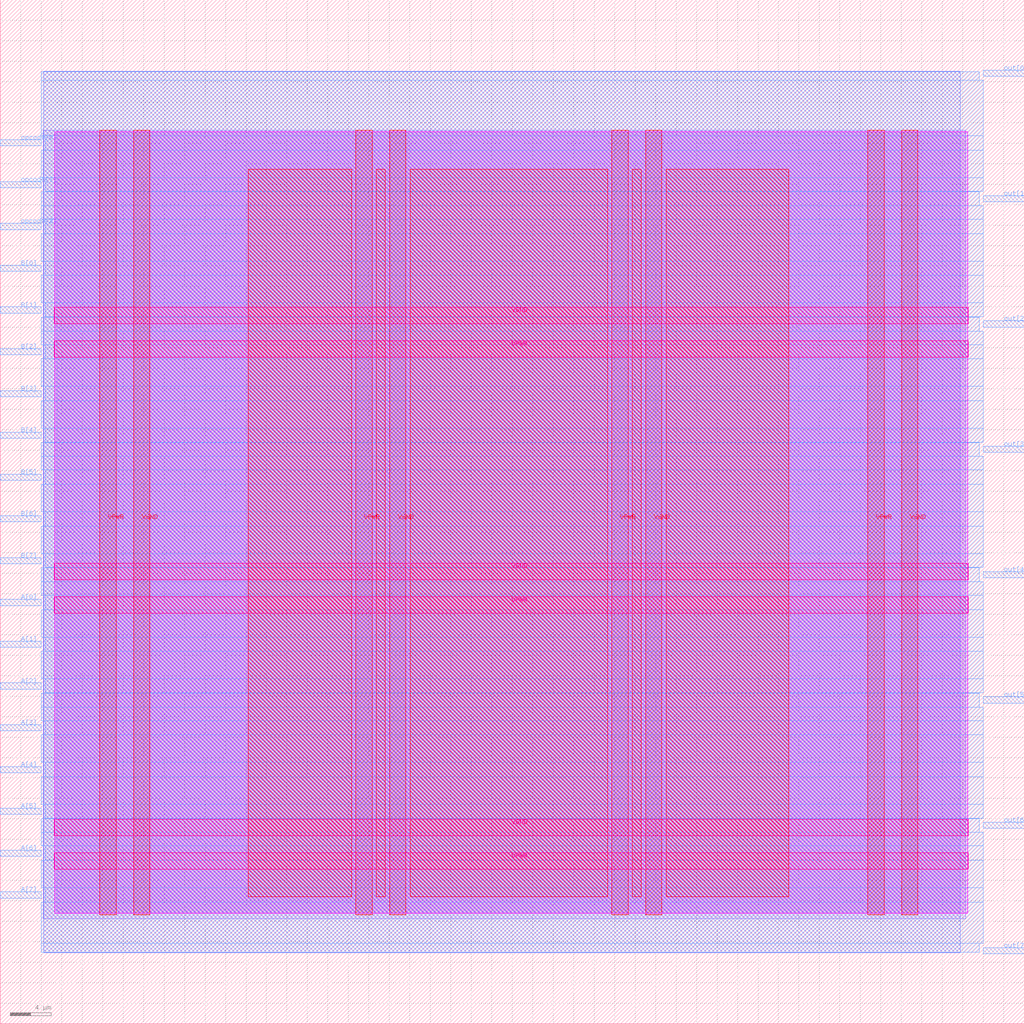
<source format=lef>
VERSION 5.7 ;
  NOWIREEXTENSIONATPIN ON ;
  DIVIDERCHAR "/" ;
  BUSBITCHARS "[]" ;
MACRO alu
  CLASS BLOCK ;
  FOREIGN alu ;
  ORIGIN 0.000 0.000 ;
  SIZE 100.000 BY 100.000 ;
  PIN A[0]
    DIRECTION INPUT ;
    USE SIGNAL ;
    ANTENNAGATEAREA 0.159000 ;
    PORT
      LAYER met3 ;
        RECT 0.000 40.840 4.000 41.440 ;
    END
  END A[0]
  PIN A[1]
    DIRECTION INPUT ;
    USE SIGNAL ;
    ANTENNAGATEAREA 0.159000 ;
    PORT
      LAYER met3 ;
        RECT 0.000 36.760 4.000 37.360 ;
    END
  END A[1]
  PIN A[2]
    DIRECTION INPUT ;
    USE SIGNAL ;
    ANTENNAGATEAREA 0.247500 ;
    PORT
      LAYER met3 ;
        RECT 0.000 32.680 4.000 33.280 ;
    END
  END A[2]
  PIN A[3]
    DIRECTION INPUT ;
    USE SIGNAL ;
    ANTENNAGATEAREA 0.213000 ;
    PORT
      LAYER met3 ;
        RECT 0.000 28.600 4.000 29.200 ;
    END
  END A[3]
  PIN A[4]
    DIRECTION INPUT ;
    USE SIGNAL ;
    ANTENNAGATEAREA 0.159000 ;
    PORT
      LAYER met3 ;
        RECT 0.000 24.520 4.000 25.120 ;
    END
  END A[4]
  PIN A[5]
    DIRECTION INPUT ;
    USE SIGNAL ;
    ANTENNAGATEAREA 0.213000 ;
    PORT
      LAYER met3 ;
        RECT 0.000 20.440 4.000 21.040 ;
    END
  END A[5]
  PIN A[6]
    DIRECTION INPUT ;
    USE SIGNAL ;
    ANTENNAGATEAREA 0.213000 ;
    PORT
      LAYER met3 ;
        RECT 0.000 16.360 4.000 16.960 ;
    END
  END A[6]
  PIN A[7]
    DIRECTION INPUT ;
    USE SIGNAL ;
    ANTENNAGATEAREA 0.213000 ;
    PORT
      LAYER met3 ;
        RECT 0.000 12.280 4.000 12.880 ;
    END
  END A[7]
  PIN B[0]
    DIRECTION INPUT ;
    USE SIGNAL ;
    ANTENNAGATEAREA 0.159000 ;
    PORT
      LAYER met3 ;
        RECT 0.000 73.480 4.000 74.080 ;
    END
  END B[0]
  PIN B[1]
    DIRECTION INPUT ;
    USE SIGNAL ;
    ANTENNAGATEAREA 0.213000 ;
    PORT
      LAYER met3 ;
        RECT 0.000 69.400 4.000 70.000 ;
    END
  END B[1]
  PIN B[2]
    DIRECTION INPUT ;
    USE SIGNAL ;
    ANTENNAGATEAREA 0.247500 ;
    PORT
      LAYER met3 ;
        RECT 0.000 65.320 4.000 65.920 ;
    END
  END B[2]
  PIN B[3]
    DIRECTION INPUT ;
    USE SIGNAL ;
    ANTENNAGATEAREA 0.213000 ;
    PORT
      LAYER met3 ;
        RECT 0.000 61.240 4.000 61.840 ;
    END
  END B[3]
  PIN B[4]
    DIRECTION INPUT ;
    USE SIGNAL ;
    ANTENNAGATEAREA 0.213000 ;
    PORT
      LAYER met3 ;
        RECT 0.000 57.160 4.000 57.760 ;
    END
  END B[4]
  PIN B[5]
    DIRECTION INPUT ;
    USE SIGNAL ;
    ANTENNAGATEAREA 0.159000 ;
    PORT
      LAYER met3 ;
        RECT 0.000 53.080 4.000 53.680 ;
    END
  END B[5]
  PIN B[6]
    DIRECTION INPUT ;
    USE SIGNAL ;
    ANTENNAGATEAREA 0.159000 ;
    PORT
      LAYER met3 ;
        RECT 0.000 49.000 4.000 49.600 ;
    END
  END B[6]
  PIN B[7]
    DIRECTION INPUT ;
    USE SIGNAL ;
    ANTENNAGATEAREA 0.126000 ;
    PORT
      LAYER met3 ;
        RECT 0.000 44.920 4.000 45.520 ;
    END
  END B[7]
  PIN VGND
    DIRECTION INOUT ;
    USE GROUND ;
    PORT
      LAYER met4 ;
        RECT 13.020 10.640 14.620 87.280 ;
    END
    PORT
      LAYER met4 ;
        RECT 38.020 10.640 39.620 87.280 ;
    END
    PORT
      LAYER met4 ;
        RECT 63.020 10.640 64.620 87.280 ;
    END
    PORT
      LAYER met4 ;
        RECT 88.020 10.640 89.620 87.280 ;
    END
    PORT
      LAYER met5 ;
        RECT 5.280 18.380 94.540 19.980 ;
    END
    PORT
      LAYER met5 ;
        RECT 5.280 43.380 94.540 44.980 ;
    END
    PORT
      LAYER met5 ;
        RECT 5.280 68.380 94.540 69.980 ;
    END
  END VGND
  PIN VPWR
    DIRECTION INOUT ;
    USE POWER ;
    PORT
      LAYER met4 ;
        RECT 9.720 10.640 11.320 87.280 ;
    END
    PORT
      LAYER met4 ;
        RECT 34.720 10.640 36.320 87.280 ;
    END
    PORT
      LAYER met4 ;
        RECT 59.720 10.640 61.320 87.280 ;
    END
    PORT
      LAYER met4 ;
        RECT 84.720 10.640 86.320 87.280 ;
    END
    PORT
      LAYER met5 ;
        RECT 5.280 15.080 94.540 16.680 ;
    END
    PORT
      LAYER met5 ;
        RECT 5.280 40.080 94.540 41.680 ;
    END
    PORT
      LAYER met5 ;
        RECT 5.280 65.080 94.540 66.680 ;
    END
  END VPWR
  PIN opcode[0]
    DIRECTION INPUT ;
    USE SIGNAL ;
    ANTENNAGATEAREA 0.159000 ;
    PORT
      LAYER met3 ;
        RECT 0.000 85.720 4.000 86.320 ;
    END
  END opcode[0]
  PIN opcode[1]
    DIRECTION INPUT ;
    USE SIGNAL ;
    ANTENNAGATEAREA 0.247500 ;
    PORT
      LAYER met3 ;
        RECT 0.000 81.640 4.000 82.240 ;
    END
  END opcode[1]
  PIN opcode[2]
    DIRECTION INPUT ;
    USE SIGNAL ;
    ANTENNAGATEAREA 0.213000 ;
    PORT
      LAYER met3 ;
        RECT 0.000 77.560 4.000 78.160 ;
    END
  END opcode[2]
  PIN out[0]
    DIRECTION OUTPUT ;
    USE SIGNAL ;
    ANTENNADIFFAREA 0.445500 ;
    PORT
      LAYER met3 ;
        RECT 96.000 92.520 100.000 93.120 ;
    END
  END out[0]
  PIN out[1]
    DIRECTION OUTPUT ;
    USE SIGNAL ;
    ANTENNADIFFAREA 0.445500 ;
    PORT
      LAYER met3 ;
        RECT 96.000 80.280 100.000 80.880 ;
    END
  END out[1]
  PIN out[2]
    DIRECTION OUTPUT ;
    USE SIGNAL ;
    ANTENNADIFFAREA 0.445500 ;
    PORT
      LAYER met3 ;
        RECT 96.000 68.040 100.000 68.640 ;
    END
  END out[2]
  PIN out[3]
    DIRECTION OUTPUT ;
    USE SIGNAL ;
    ANTENNADIFFAREA 0.445500 ;
    PORT
      LAYER met3 ;
        RECT 96.000 55.800 100.000 56.400 ;
    END
  END out[3]
  PIN out[4]
    DIRECTION OUTPUT ;
    USE SIGNAL ;
    ANTENNADIFFAREA 0.445500 ;
    PORT
      LAYER met3 ;
        RECT 96.000 43.560 100.000 44.160 ;
    END
  END out[4]
  PIN out[5]
    DIRECTION OUTPUT ;
    USE SIGNAL ;
    ANTENNADIFFAREA 0.445500 ;
    PORT
      LAYER met3 ;
        RECT 96.000 31.320 100.000 31.920 ;
    END
  END out[5]
  PIN out[6]
    DIRECTION OUTPUT ;
    USE SIGNAL ;
    ANTENNADIFFAREA 0.445500 ;
    PORT
      LAYER met3 ;
        RECT 96.000 19.080 100.000 19.680 ;
    END
  END out[6]
  PIN out[7]
    DIRECTION OUTPUT ;
    USE SIGNAL ;
    ANTENNADIFFAREA 0.445500 ;
    PORT
      LAYER met3 ;
        RECT 96.000 6.840 100.000 7.440 ;
    END
  END out[7]
  OBS
      LAYER nwell ;
        RECT 5.330 10.795 94.490 87.125 ;
      LAYER li1 ;
        RECT 5.520 10.795 94.300 87.125 ;
      LAYER met1 ;
        RECT 4.210 10.240 94.300 87.280 ;
      LAYER met2 ;
        RECT 4.230 6.955 93.740 93.005 ;
      LAYER met3 ;
        RECT 3.990 92.120 95.600 92.985 ;
        RECT 3.990 86.720 96.000 92.120 ;
        RECT 4.400 85.320 96.000 86.720 ;
        RECT 3.990 82.640 96.000 85.320 ;
        RECT 4.400 81.280 96.000 82.640 ;
        RECT 4.400 81.240 95.600 81.280 ;
        RECT 3.990 79.880 95.600 81.240 ;
        RECT 3.990 78.560 96.000 79.880 ;
        RECT 4.400 77.160 96.000 78.560 ;
        RECT 3.990 74.480 96.000 77.160 ;
        RECT 4.400 73.080 96.000 74.480 ;
        RECT 3.990 70.400 96.000 73.080 ;
        RECT 4.400 69.040 96.000 70.400 ;
        RECT 4.400 69.000 95.600 69.040 ;
        RECT 3.990 67.640 95.600 69.000 ;
        RECT 3.990 66.320 96.000 67.640 ;
        RECT 4.400 64.920 96.000 66.320 ;
        RECT 3.990 62.240 96.000 64.920 ;
        RECT 4.400 60.840 96.000 62.240 ;
        RECT 3.990 58.160 96.000 60.840 ;
        RECT 4.400 56.800 96.000 58.160 ;
        RECT 4.400 56.760 95.600 56.800 ;
        RECT 3.990 55.400 95.600 56.760 ;
        RECT 3.990 54.080 96.000 55.400 ;
        RECT 4.400 52.680 96.000 54.080 ;
        RECT 3.990 50.000 96.000 52.680 ;
        RECT 4.400 48.600 96.000 50.000 ;
        RECT 3.990 45.920 96.000 48.600 ;
        RECT 4.400 44.560 96.000 45.920 ;
        RECT 4.400 44.520 95.600 44.560 ;
        RECT 3.990 43.160 95.600 44.520 ;
        RECT 3.990 41.840 96.000 43.160 ;
        RECT 4.400 40.440 96.000 41.840 ;
        RECT 3.990 37.760 96.000 40.440 ;
        RECT 4.400 36.360 96.000 37.760 ;
        RECT 3.990 33.680 96.000 36.360 ;
        RECT 4.400 32.320 96.000 33.680 ;
        RECT 4.400 32.280 95.600 32.320 ;
        RECT 3.990 30.920 95.600 32.280 ;
        RECT 3.990 29.600 96.000 30.920 ;
        RECT 4.400 28.200 96.000 29.600 ;
        RECT 3.990 25.520 96.000 28.200 ;
        RECT 4.400 24.120 96.000 25.520 ;
        RECT 3.990 21.440 96.000 24.120 ;
        RECT 4.400 20.080 96.000 21.440 ;
        RECT 4.400 20.040 95.600 20.080 ;
        RECT 3.990 18.680 95.600 20.040 ;
        RECT 3.990 17.360 96.000 18.680 ;
        RECT 4.400 15.960 96.000 17.360 ;
        RECT 3.990 13.280 96.000 15.960 ;
        RECT 4.400 11.880 96.000 13.280 ;
        RECT 3.990 7.840 96.000 11.880 ;
        RECT 3.990 6.975 95.600 7.840 ;
      LAYER met4 ;
        RECT 24.215 12.415 34.320 83.465 ;
        RECT 36.720 12.415 37.620 83.465 ;
        RECT 40.020 12.415 59.320 83.465 ;
        RECT 61.720 12.415 62.620 83.465 ;
        RECT 65.020 12.415 76.985 83.465 ;
  END
END alu
END LIBRARY


</source>
